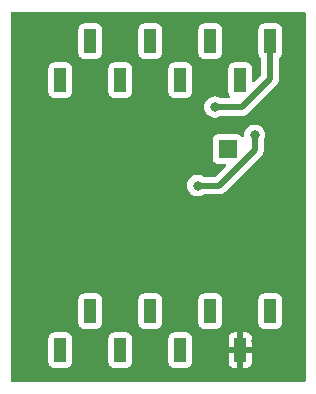
<source format=gbl>
%TF.GenerationSoftware,KiCad,Pcbnew,8.0.1*%
%TF.CreationDate,2024-04-01T15:48:32-05:00*%
%TF.ProjectId,adapter_board,61646170-7465-4725-9f62-6f6172642e6b,rev?*%
%TF.SameCoordinates,Original*%
%TF.FileFunction,Copper,L2,Bot*%
%TF.FilePolarity,Positive*%
%FSLAX46Y46*%
G04 Gerber Fmt 4.6, Leading zero omitted, Abs format (unit mm)*
G04 Created by KiCad (PCBNEW 8.0.1) date 2024-04-01 15:48:32*
%MOMM*%
%LPD*%
G01*
G04 APERTURE LIST*
%TA.AperFunction,ComponentPad*%
%ADD10R,1.500000X1.500000*%
%TD*%
%TA.AperFunction,SMDPad,CuDef*%
%ADD11R,0.990600X2.006600*%
%TD*%
%TA.AperFunction,ViaPad*%
%ADD12C,0.800000*%
%TD*%
%TA.AperFunction,Conductor*%
%ADD13C,0.508000*%
%TD*%
G04 APERTURE END LIST*
D10*
%TO.P,TP1,1,1*%
%TO.N,Net-(JP1-A)*%
X170270000Y-67460000D03*
%TD*%
D11*
%TO.P,J1,1,1*%
%TO.N,unconnected-(J1-Pad1)*%
X156110000Y-84511000D03*
%TO.P,J1,2,2*%
%TO.N,unconnected-(J1-Pad2)*%
X158650000Y-81209000D03*
%TO.P,J1,3,3*%
%TO.N,unconnected-(J1-Pad3)*%
X161190000Y-84511000D03*
%TO.P,J1,4,4*%
%TO.N,unconnected-(J1-Pad4)*%
X163730000Y-81209000D03*
%TO.P,J1,5,5*%
%TO.N,unconnected-(J1-Pad5)*%
X166270000Y-84511000D03*
%TO.P,J1,6,6*%
%TO.N,unconnected-(J1-Pad6)*%
X168810000Y-81209000D03*
%TO.P,J1,7,7*%
%TO.N,GND*%
X171350000Y-84511000D03*
%TO.P,J1,8,8*%
%TO.N,unconnected-(J1-Pad8)*%
X173890000Y-81209000D03*
%TD*%
%TO.P,J4,1,1*%
%TO.N,unconnected-(J4-Pad1)*%
X156110000Y-61651000D03*
%TO.P,J4,2,2*%
%TO.N,unconnected-(J4-Pad2)*%
X158650000Y-58349000D03*
%TO.P,J4,3,3*%
%TO.N,unconnected-(J4-Pad3)*%
X161190000Y-61651000D03*
%TO.P,J4,4,4*%
%TO.N,unconnected-(J4-Pad4)*%
X163730000Y-58349000D03*
%TO.P,J4,5,5*%
%TO.N,unconnected-(J4-Pad5)*%
X166270000Y-61651000D03*
%TO.P,J4,6,6*%
%TO.N,unconnected-(J4-Pad6)*%
X168810000Y-58349000D03*
%TO.P,J4,7,7*%
%TO.N,unconnected-(J4-Pad7)*%
X171350000Y-61651000D03*
%TO.P,J4,8,8*%
%TO.N,/3v3*%
X173890000Y-58349000D03*
%TD*%
D12*
%TO.N,GND*%
X162150000Y-75680000D03*
X166580000Y-74510000D03*
X162150000Y-72270000D03*
X161130000Y-68420000D03*
X166150000Y-71290000D03*
X172720000Y-83760000D03*
X175200000Y-83610000D03*
%TO.N,/LDO_IN*%
X167740000Y-70570000D03*
X172570000Y-66310000D03*
%TO.N,/3v3*%
X169200000Y-63930000D03*
%TD*%
D13*
%TO.N,/LDO_IN*%
X172570000Y-66310000D02*
X172570000Y-67568000D01*
X169568000Y-70570000D02*
X167740000Y-70570000D01*
X172570000Y-67568000D02*
X169568000Y-70570000D01*
%TO.N,/3v3*%
X171477600Y-63930000D02*
X169200000Y-63930000D01*
X173890000Y-58349000D02*
X173890000Y-61517600D01*
X173890000Y-61517600D02*
X171477600Y-63930000D01*
%TD*%
%TA.AperFunction,Conductor*%
%TO.N,GND*%
G36*
X176833039Y-55909685D02*
G01*
X176878794Y-55962489D01*
X176890000Y-56014000D01*
X176890000Y-87046000D01*
X176870315Y-87113039D01*
X176817511Y-87158794D01*
X176766000Y-87170000D01*
X152024000Y-87170000D01*
X151956961Y-87150315D01*
X151911206Y-87097511D01*
X151900000Y-87046000D01*
X151900000Y-85562170D01*
X155114200Y-85562170D01*
X155114201Y-85562176D01*
X155120608Y-85621783D01*
X155170902Y-85756628D01*
X155170906Y-85756635D01*
X155257152Y-85871844D01*
X155257155Y-85871847D01*
X155372364Y-85958093D01*
X155372371Y-85958097D01*
X155507217Y-86008391D01*
X155507216Y-86008391D01*
X155514144Y-86009135D01*
X155566827Y-86014800D01*
X156653172Y-86014799D01*
X156712783Y-86008391D01*
X156847631Y-85958096D01*
X156962846Y-85871846D01*
X157049096Y-85756631D01*
X157099391Y-85621783D01*
X157105800Y-85562173D01*
X157105800Y-85562170D01*
X160194200Y-85562170D01*
X160194201Y-85562176D01*
X160200608Y-85621783D01*
X160250902Y-85756628D01*
X160250906Y-85756635D01*
X160337152Y-85871844D01*
X160337155Y-85871847D01*
X160452364Y-85958093D01*
X160452371Y-85958097D01*
X160587217Y-86008391D01*
X160587216Y-86008391D01*
X160594144Y-86009135D01*
X160646827Y-86014800D01*
X161733172Y-86014799D01*
X161792783Y-86008391D01*
X161927631Y-85958096D01*
X162042846Y-85871846D01*
X162129096Y-85756631D01*
X162179391Y-85621783D01*
X162185800Y-85562173D01*
X162185800Y-85562170D01*
X165274200Y-85562170D01*
X165274201Y-85562176D01*
X165280608Y-85621783D01*
X165330902Y-85756628D01*
X165330906Y-85756635D01*
X165417152Y-85871844D01*
X165417155Y-85871847D01*
X165532364Y-85958093D01*
X165532371Y-85958097D01*
X165667217Y-86008391D01*
X165667216Y-86008391D01*
X165674144Y-86009135D01*
X165726827Y-86014800D01*
X166813172Y-86014799D01*
X166872783Y-86008391D01*
X167007631Y-85958096D01*
X167122846Y-85871846D01*
X167209096Y-85756631D01*
X167259391Y-85621783D01*
X167265800Y-85562173D01*
X167265799Y-84761000D01*
X170354700Y-84761000D01*
X170354700Y-85562144D01*
X170361101Y-85621672D01*
X170361103Y-85621679D01*
X170411345Y-85756386D01*
X170411349Y-85756393D01*
X170497509Y-85871487D01*
X170497512Y-85871490D01*
X170612606Y-85957650D01*
X170612613Y-85957654D01*
X170747320Y-86007896D01*
X170747327Y-86007898D01*
X170806855Y-86014299D01*
X170806872Y-86014300D01*
X171100000Y-86014300D01*
X171100000Y-84761000D01*
X171600000Y-84761000D01*
X171600000Y-86014300D01*
X171893128Y-86014300D01*
X171893144Y-86014299D01*
X171952672Y-86007898D01*
X171952679Y-86007896D01*
X172087386Y-85957654D01*
X172087393Y-85957650D01*
X172202487Y-85871490D01*
X172202490Y-85871487D01*
X172288650Y-85756393D01*
X172288654Y-85756386D01*
X172338896Y-85621679D01*
X172338898Y-85621672D01*
X172345299Y-85562144D01*
X172345300Y-85562127D01*
X172345300Y-84761000D01*
X171600000Y-84761000D01*
X171100000Y-84761000D01*
X170354700Y-84761000D01*
X167265799Y-84761000D01*
X167265799Y-84261000D01*
X170354700Y-84261000D01*
X171100000Y-84261000D01*
X171100000Y-83007700D01*
X171600000Y-83007700D01*
X171600000Y-84261000D01*
X172345300Y-84261000D01*
X172345300Y-83459872D01*
X172345299Y-83459855D01*
X172338898Y-83400327D01*
X172338896Y-83400320D01*
X172288654Y-83265613D01*
X172288650Y-83265606D01*
X172202490Y-83150512D01*
X172202487Y-83150509D01*
X172087393Y-83064349D01*
X172087386Y-83064345D01*
X171952679Y-83014103D01*
X171952672Y-83014101D01*
X171893144Y-83007700D01*
X171600000Y-83007700D01*
X171100000Y-83007700D01*
X170806855Y-83007700D01*
X170747327Y-83014101D01*
X170747320Y-83014103D01*
X170612613Y-83064345D01*
X170612606Y-83064349D01*
X170497512Y-83150509D01*
X170497509Y-83150512D01*
X170411349Y-83265606D01*
X170411345Y-83265613D01*
X170361103Y-83400320D01*
X170361101Y-83400327D01*
X170354700Y-83459855D01*
X170354700Y-84261000D01*
X167265799Y-84261000D01*
X167265799Y-83459828D01*
X167259391Y-83400217D01*
X167209184Y-83265606D01*
X167209097Y-83265371D01*
X167209093Y-83265364D01*
X167122847Y-83150155D01*
X167122844Y-83150152D01*
X167007635Y-83063906D01*
X167007628Y-83063902D01*
X166872782Y-83013608D01*
X166872783Y-83013608D01*
X166813183Y-83007201D01*
X166813181Y-83007200D01*
X166813173Y-83007200D01*
X166813164Y-83007200D01*
X165726829Y-83007200D01*
X165726823Y-83007201D01*
X165667216Y-83013608D01*
X165532371Y-83063902D01*
X165532364Y-83063906D01*
X165417155Y-83150152D01*
X165417152Y-83150155D01*
X165330906Y-83265364D01*
X165330902Y-83265371D01*
X165280608Y-83400217D01*
X165274201Y-83459816D01*
X165274201Y-83459823D01*
X165274200Y-83459835D01*
X165274200Y-85562170D01*
X162185800Y-85562170D01*
X162185799Y-83459828D01*
X162179391Y-83400217D01*
X162129184Y-83265606D01*
X162129097Y-83265371D01*
X162129093Y-83265364D01*
X162042847Y-83150155D01*
X162042844Y-83150152D01*
X161927635Y-83063906D01*
X161927628Y-83063902D01*
X161792782Y-83013608D01*
X161792783Y-83013608D01*
X161733183Y-83007201D01*
X161733181Y-83007200D01*
X161733173Y-83007200D01*
X161733164Y-83007200D01*
X160646829Y-83007200D01*
X160646823Y-83007201D01*
X160587216Y-83013608D01*
X160452371Y-83063902D01*
X160452364Y-83063906D01*
X160337155Y-83150152D01*
X160337152Y-83150155D01*
X160250906Y-83265364D01*
X160250902Y-83265371D01*
X160200608Y-83400217D01*
X160194201Y-83459816D01*
X160194201Y-83459823D01*
X160194200Y-83459835D01*
X160194200Y-85562170D01*
X157105800Y-85562170D01*
X157105799Y-83459828D01*
X157099391Y-83400217D01*
X157049184Y-83265606D01*
X157049097Y-83265371D01*
X157049093Y-83265364D01*
X156962847Y-83150155D01*
X156962844Y-83150152D01*
X156847635Y-83063906D01*
X156847628Y-83063902D01*
X156712782Y-83013608D01*
X156712783Y-83013608D01*
X156653183Y-83007201D01*
X156653181Y-83007200D01*
X156653173Y-83007200D01*
X156653164Y-83007200D01*
X155566829Y-83007200D01*
X155566823Y-83007201D01*
X155507216Y-83013608D01*
X155372371Y-83063902D01*
X155372364Y-83063906D01*
X155257155Y-83150152D01*
X155257152Y-83150155D01*
X155170906Y-83265364D01*
X155170902Y-83265371D01*
X155120608Y-83400217D01*
X155114201Y-83459816D01*
X155114201Y-83459823D01*
X155114200Y-83459835D01*
X155114200Y-85562170D01*
X151900000Y-85562170D01*
X151900000Y-82260170D01*
X157654200Y-82260170D01*
X157654201Y-82260176D01*
X157660608Y-82319783D01*
X157710902Y-82454628D01*
X157710906Y-82454635D01*
X157797152Y-82569844D01*
X157797155Y-82569847D01*
X157912364Y-82656093D01*
X157912371Y-82656097D01*
X158047217Y-82706391D01*
X158047216Y-82706391D01*
X158054144Y-82707135D01*
X158106827Y-82712800D01*
X159193172Y-82712799D01*
X159252783Y-82706391D01*
X159387631Y-82656096D01*
X159502846Y-82569846D01*
X159589096Y-82454631D01*
X159639391Y-82319783D01*
X159645800Y-82260173D01*
X159645800Y-82260170D01*
X162734200Y-82260170D01*
X162734201Y-82260176D01*
X162740608Y-82319783D01*
X162790902Y-82454628D01*
X162790906Y-82454635D01*
X162877152Y-82569844D01*
X162877155Y-82569847D01*
X162992364Y-82656093D01*
X162992371Y-82656097D01*
X163127217Y-82706391D01*
X163127216Y-82706391D01*
X163134144Y-82707135D01*
X163186827Y-82712800D01*
X164273172Y-82712799D01*
X164332783Y-82706391D01*
X164467631Y-82656096D01*
X164582846Y-82569846D01*
X164669096Y-82454631D01*
X164719391Y-82319783D01*
X164725800Y-82260173D01*
X164725800Y-82260170D01*
X167814200Y-82260170D01*
X167814201Y-82260176D01*
X167820608Y-82319783D01*
X167870902Y-82454628D01*
X167870906Y-82454635D01*
X167957152Y-82569844D01*
X167957155Y-82569847D01*
X168072364Y-82656093D01*
X168072371Y-82656097D01*
X168207217Y-82706391D01*
X168207216Y-82706391D01*
X168214144Y-82707135D01*
X168266827Y-82712800D01*
X169353172Y-82712799D01*
X169412783Y-82706391D01*
X169547631Y-82656096D01*
X169662846Y-82569846D01*
X169749096Y-82454631D01*
X169799391Y-82319783D01*
X169805800Y-82260173D01*
X169805800Y-82260170D01*
X172894200Y-82260170D01*
X172894201Y-82260176D01*
X172900608Y-82319783D01*
X172950902Y-82454628D01*
X172950906Y-82454635D01*
X173037152Y-82569844D01*
X173037155Y-82569847D01*
X173152364Y-82656093D01*
X173152371Y-82656097D01*
X173287217Y-82706391D01*
X173287216Y-82706391D01*
X173294144Y-82707135D01*
X173346827Y-82712800D01*
X174433172Y-82712799D01*
X174492783Y-82706391D01*
X174627631Y-82656096D01*
X174742846Y-82569846D01*
X174829096Y-82454631D01*
X174879391Y-82319783D01*
X174885800Y-82260173D01*
X174885799Y-80157828D01*
X174879391Y-80098217D01*
X174829096Y-79963369D01*
X174829095Y-79963368D01*
X174829093Y-79963364D01*
X174742847Y-79848155D01*
X174742844Y-79848152D01*
X174627635Y-79761906D01*
X174627628Y-79761902D01*
X174492782Y-79711608D01*
X174492783Y-79711608D01*
X174433183Y-79705201D01*
X174433181Y-79705200D01*
X174433173Y-79705200D01*
X174433164Y-79705200D01*
X173346829Y-79705200D01*
X173346823Y-79705201D01*
X173287216Y-79711608D01*
X173152371Y-79761902D01*
X173152364Y-79761906D01*
X173037155Y-79848152D01*
X173037152Y-79848155D01*
X172950906Y-79963364D01*
X172950902Y-79963371D01*
X172900608Y-80098217D01*
X172894201Y-80157816D01*
X172894201Y-80157823D01*
X172894200Y-80157835D01*
X172894200Y-82260170D01*
X169805800Y-82260170D01*
X169805799Y-80157828D01*
X169799391Y-80098217D01*
X169749096Y-79963369D01*
X169749095Y-79963368D01*
X169749093Y-79963364D01*
X169662847Y-79848155D01*
X169662844Y-79848152D01*
X169547635Y-79761906D01*
X169547628Y-79761902D01*
X169412782Y-79711608D01*
X169412783Y-79711608D01*
X169353183Y-79705201D01*
X169353181Y-79705200D01*
X169353173Y-79705200D01*
X169353164Y-79705200D01*
X168266829Y-79705200D01*
X168266823Y-79705201D01*
X168207216Y-79711608D01*
X168072371Y-79761902D01*
X168072364Y-79761906D01*
X167957155Y-79848152D01*
X167957152Y-79848155D01*
X167870906Y-79963364D01*
X167870902Y-79963371D01*
X167820608Y-80098217D01*
X167814201Y-80157816D01*
X167814201Y-80157823D01*
X167814200Y-80157835D01*
X167814200Y-82260170D01*
X164725800Y-82260170D01*
X164725799Y-80157828D01*
X164719391Y-80098217D01*
X164669096Y-79963369D01*
X164669095Y-79963368D01*
X164669093Y-79963364D01*
X164582847Y-79848155D01*
X164582844Y-79848152D01*
X164467635Y-79761906D01*
X164467628Y-79761902D01*
X164332782Y-79711608D01*
X164332783Y-79711608D01*
X164273183Y-79705201D01*
X164273181Y-79705200D01*
X164273173Y-79705200D01*
X164273164Y-79705200D01*
X163186829Y-79705200D01*
X163186823Y-79705201D01*
X163127216Y-79711608D01*
X162992371Y-79761902D01*
X162992364Y-79761906D01*
X162877155Y-79848152D01*
X162877152Y-79848155D01*
X162790906Y-79963364D01*
X162790902Y-79963371D01*
X162740608Y-80098217D01*
X162734201Y-80157816D01*
X162734201Y-80157823D01*
X162734200Y-80157835D01*
X162734200Y-82260170D01*
X159645800Y-82260170D01*
X159645799Y-80157828D01*
X159639391Y-80098217D01*
X159589096Y-79963369D01*
X159589095Y-79963368D01*
X159589093Y-79963364D01*
X159502847Y-79848155D01*
X159502844Y-79848152D01*
X159387635Y-79761906D01*
X159387628Y-79761902D01*
X159252782Y-79711608D01*
X159252783Y-79711608D01*
X159193183Y-79705201D01*
X159193181Y-79705200D01*
X159193173Y-79705200D01*
X159193164Y-79705200D01*
X158106829Y-79705200D01*
X158106823Y-79705201D01*
X158047216Y-79711608D01*
X157912371Y-79761902D01*
X157912364Y-79761906D01*
X157797155Y-79848152D01*
X157797152Y-79848155D01*
X157710906Y-79963364D01*
X157710902Y-79963371D01*
X157660608Y-80098217D01*
X157654201Y-80157816D01*
X157654201Y-80157823D01*
X157654200Y-80157835D01*
X157654200Y-82260170D01*
X151900000Y-82260170D01*
X151900000Y-70570000D01*
X166834540Y-70570000D01*
X166854326Y-70758256D01*
X166854327Y-70758259D01*
X166912818Y-70938277D01*
X166912821Y-70938284D01*
X167007467Y-71102216D01*
X167055946Y-71156057D01*
X167134129Y-71242888D01*
X167287265Y-71354148D01*
X167287270Y-71354151D01*
X167460192Y-71431142D01*
X167460197Y-71431144D01*
X167645354Y-71470500D01*
X167645355Y-71470500D01*
X167834644Y-71470500D01*
X167834646Y-71470500D01*
X168019803Y-71431144D01*
X168192730Y-71354151D01*
X168200944Y-71348182D01*
X168266750Y-71324702D01*
X168273831Y-71324500D01*
X169487554Y-71324500D01*
X169487574Y-71324501D01*
X169493688Y-71324501D01*
X169642314Y-71324501D01*
X169763894Y-71300315D01*
X169763894Y-71300316D01*
X169763900Y-71300313D01*
X169788080Y-71295505D01*
X169848447Y-71270500D01*
X169925389Y-71238630D01*
X170048966Y-71156059D01*
X173156059Y-68048966D01*
X173238629Y-67925390D01*
X173295505Y-67788080D01*
X173311418Y-67708082D01*
X173324501Y-67642312D01*
X173324501Y-67493688D01*
X173324501Y-67488578D01*
X173324500Y-67488552D01*
X173324500Y-66837392D01*
X173341113Y-66775392D01*
X173397179Y-66678284D01*
X173455674Y-66498256D01*
X173475460Y-66310000D01*
X173455674Y-66121744D01*
X173397179Y-65941716D01*
X173302533Y-65777784D01*
X173175871Y-65637112D01*
X173175870Y-65637111D01*
X173022734Y-65525851D01*
X173022729Y-65525848D01*
X172849807Y-65448857D01*
X172849802Y-65448855D01*
X172704001Y-65417865D01*
X172664646Y-65409500D01*
X172475354Y-65409500D01*
X172442897Y-65416398D01*
X172290197Y-65448855D01*
X172290192Y-65448857D01*
X172117270Y-65525848D01*
X172117265Y-65525851D01*
X171964129Y-65637111D01*
X171837466Y-65777785D01*
X171742821Y-65941715D01*
X171742818Y-65941722D01*
X171684327Y-66121740D01*
X171684326Y-66121744D01*
X171674429Y-66215909D01*
X171664540Y-66310000D01*
X171669580Y-66357950D01*
X171657010Y-66426679D01*
X171609278Y-66477703D01*
X171541538Y-66494821D01*
X171475297Y-66472599D01*
X171446993Y-66445222D01*
X171377547Y-66352455D01*
X171377544Y-66352452D01*
X171262335Y-66266206D01*
X171262328Y-66266202D01*
X171127482Y-66215908D01*
X171127483Y-66215908D01*
X171067883Y-66209501D01*
X171067881Y-66209500D01*
X171067873Y-66209500D01*
X171067864Y-66209500D01*
X169472129Y-66209500D01*
X169472123Y-66209501D01*
X169412516Y-66215908D01*
X169277671Y-66266202D01*
X169277664Y-66266206D01*
X169162455Y-66352452D01*
X169162452Y-66352455D01*
X169076206Y-66467664D01*
X169076202Y-66467671D01*
X169025908Y-66602517D01*
X169019501Y-66662116D01*
X169019500Y-66662135D01*
X169019500Y-68257870D01*
X169019501Y-68257876D01*
X169025908Y-68317483D01*
X169076202Y-68452328D01*
X169076206Y-68452335D01*
X169162452Y-68567544D01*
X169162455Y-68567547D01*
X169277664Y-68653793D01*
X169277671Y-68653797D01*
X169412517Y-68704091D01*
X169412516Y-68704091D01*
X169419444Y-68704835D01*
X169472127Y-68710500D01*
X170061113Y-68710499D01*
X170128151Y-68730183D01*
X170173906Y-68782987D01*
X170183850Y-68852146D01*
X170154825Y-68915702D01*
X170148793Y-68922180D01*
X169291794Y-69779181D01*
X169230471Y-69812666D01*
X169204113Y-69815500D01*
X168273831Y-69815500D01*
X168206792Y-69795815D01*
X168200944Y-69791817D01*
X168192730Y-69785849D01*
X168192729Y-69785848D01*
X168019807Y-69708857D01*
X168019802Y-69708855D01*
X167874001Y-69677865D01*
X167834646Y-69669500D01*
X167645354Y-69669500D01*
X167612897Y-69676398D01*
X167460197Y-69708855D01*
X167460192Y-69708857D01*
X167287270Y-69785848D01*
X167287265Y-69785851D01*
X167134129Y-69897111D01*
X167007466Y-70037785D01*
X166912821Y-70201715D01*
X166912818Y-70201722D01*
X166854327Y-70381740D01*
X166854326Y-70381744D01*
X166834540Y-70570000D01*
X151900000Y-70570000D01*
X151900000Y-63930000D01*
X168294540Y-63930000D01*
X168314326Y-64118256D01*
X168314327Y-64118259D01*
X168372818Y-64298277D01*
X168372821Y-64298284D01*
X168467467Y-64462216D01*
X168515945Y-64516056D01*
X168594129Y-64602888D01*
X168747265Y-64714148D01*
X168747270Y-64714151D01*
X168920192Y-64791142D01*
X168920197Y-64791144D01*
X169105354Y-64830500D01*
X169105355Y-64830500D01*
X169294644Y-64830500D01*
X169294646Y-64830500D01*
X169479803Y-64791144D01*
X169652730Y-64714151D01*
X169660944Y-64708182D01*
X169726750Y-64684702D01*
X169733831Y-64684500D01*
X171397154Y-64684500D01*
X171397174Y-64684501D01*
X171403288Y-64684501D01*
X171551914Y-64684501D01*
X171673494Y-64660315D01*
X171673494Y-64660316D01*
X171673500Y-64660313D01*
X171697680Y-64655505D01*
X171758047Y-64630500D01*
X171834989Y-64598630D01*
X171958566Y-64516059D01*
X174370963Y-62103660D01*
X174370966Y-62103659D01*
X174476059Y-61998566D01*
X174558629Y-61874990D01*
X174558630Y-61874989D01*
X174558633Y-61874985D01*
X174615503Y-61737683D01*
X174615505Y-61737679D01*
X174644501Y-61591912D01*
X174644501Y-61443288D01*
X174644501Y-61438178D01*
X174644500Y-61438152D01*
X174644500Y-59845536D01*
X174664185Y-59778497D01*
X174694188Y-59746270D01*
X174742846Y-59709846D01*
X174829096Y-59594631D01*
X174879391Y-59459783D01*
X174885800Y-59400173D01*
X174885799Y-57297828D01*
X174879391Y-57238217D01*
X174829096Y-57103369D01*
X174829095Y-57103368D01*
X174829093Y-57103364D01*
X174742847Y-56988155D01*
X174742844Y-56988152D01*
X174627635Y-56901906D01*
X174627628Y-56901902D01*
X174492782Y-56851608D01*
X174492783Y-56851608D01*
X174433183Y-56845201D01*
X174433181Y-56845200D01*
X174433173Y-56845200D01*
X174433164Y-56845200D01*
X173346829Y-56845200D01*
X173346823Y-56845201D01*
X173287216Y-56851608D01*
X173152371Y-56901902D01*
X173152364Y-56901906D01*
X173037155Y-56988152D01*
X173037152Y-56988155D01*
X172950906Y-57103364D01*
X172950902Y-57103371D01*
X172900608Y-57238217D01*
X172894201Y-57297816D01*
X172894201Y-57297823D01*
X172894200Y-57297835D01*
X172894200Y-59400170D01*
X172894201Y-59400176D01*
X172900608Y-59459783D01*
X172950902Y-59594628D01*
X172950903Y-59594629D01*
X172950904Y-59594631D01*
X173037154Y-59709846D01*
X173085810Y-59746270D01*
X173127682Y-59802202D01*
X173135500Y-59845536D01*
X173135500Y-61153712D01*
X173115815Y-61220751D01*
X173099181Y-61241393D01*
X172557480Y-61783094D01*
X172496157Y-61816579D01*
X172426465Y-61811595D01*
X172370532Y-61769723D01*
X172346115Y-61704259D01*
X172345799Y-61695413D01*
X172345799Y-60599829D01*
X172345798Y-60599823D01*
X172345797Y-60599816D01*
X172339391Y-60540217D01*
X172289096Y-60405369D01*
X172289095Y-60405368D01*
X172289093Y-60405364D01*
X172202847Y-60290155D01*
X172202844Y-60290152D01*
X172087635Y-60203906D01*
X172087628Y-60203902D01*
X171952782Y-60153608D01*
X171952783Y-60153608D01*
X171893183Y-60147201D01*
X171893181Y-60147200D01*
X171893173Y-60147200D01*
X171893164Y-60147200D01*
X170806829Y-60147200D01*
X170806823Y-60147201D01*
X170747216Y-60153608D01*
X170612371Y-60203902D01*
X170612364Y-60203906D01*
X170497155Y-60290152D01*
X170497152Y-60290155D01*
X170410906Y-60405364D01*
X170410902Y-60405371D01*
X170360608Y-60540217D01*
X170354201Y-60599816D01*
X170354201Y-60599823D01*
X170354200Y-60599835D01*
X170354200Y-62702170D01*
X170354201Y-62702176D01*
X170360608Y-62761783D01*
X170410902Y-62896628D01*
X170410903Y-62896630D01*
X170471210Y-62977189D01*
X170495627Y-63042653D01*
X170480776Y-63110926D01*
X170431371Y-63160332D01*
X170371943Y-63175500D01*
X169733831Y-63175500D01*
X169666792Y-63155815D01*
X169660944Y-63151817D01*
X169652730Y-63145849D01*
X169652729Y-63145848D01*
X169479807Y-63068857D01*
X169479802Y-63068855D01*
X169334001Y-63037865D01*
X169294646Y-63029500D01*
X169105354Y-63029500D01*
X169072897Y-63036398D01*
X168920197Y-63068855D01*
X168920192Y-63068857D01*
X168747270Y-63145848D01*
X168747265Y-63145851D01*
X168594129Y-63257111D01*
X168467466Y-63397785D01*
X168372821Y-63561715D01*
X168372818Y-63561722D01*
X168314327Y-63741740D01*
X168314326Y-63741744D01*
X168294540Y-63930000D01*
X151900000Y-63930000D01*
X151900000Y-62702170D01*
X155114200Y-62702170D01*
X155114201Y-62702176D01*
X155120608Y-62761783D01*
X155170902Y-62896628D01*
X155170906Y-62896635D01*
X155257152Y-63011844D01*
X155257155Y-63011847D01*
X155372364Y-63098093D01*
X155372371Y-63098097D01*
X155507217Y-63148391D01*
X155507216Y-63148391D01*
X155514144Y-63149135D01*
X155566827Y-63154800D01*
X156653172Y-63154799D01*
X156712783Y-63148391D01*
X156847631Y-63098096D01*
X156962846Y-63011846D01*
X157049096Y-62896631D01*
X157099391Y-62761783D01*
X157105800Y-62702173D01*
X157105800Y-62702170D01*
X160194200Y-62702170D01*
X160194201Y-62702176D01*
X160200608Y-62761783D01*
X160250902Y-62896628D01*
X160250906Y-62896635D01*
X160337152Y-63011844D01*
X160337155Y-63011847D01*
X160452364Y-63098093D01*
X160452371Y-63098097D01*
X160587217Y-63148391D01*
X160587216Y-63148391D01*
X160594144Y-63149135D01*
X160646827Y-63154800D01*
X161733172Y-63154799D01*
X161792783Y-63148391D01*
X161927631Y-63098096D01*
X162042846Y-63011846D01*
X162129096Y-62896631D01*
X162179391Y-62761783D01*
X162185800Y-62702173D01*
X162185800Y-62702170D01*
X165274200Y-62702170D01*
X165274201Y-62702176D01*
X165280608Y-62761783D01*
X165330902Y-62896628D01*
X165330906Y-62896635D01*
X165417152Y-63011844D01*
X165417155Y-63011847D01*
X165532364Y-63098093D01*
X165532371Y-63098097D01*
X165667217Y-63148391D01*
X165667216Y-63148391D01*
X165674144Y-63149135D01*
X165726827Y-63154800D01*
X166813172Y-63154799D01*
X166872783Y-63148391D01*
X167007631Y-63098096D01*
X167122846Y-63011846D01*
X167209096Y-62896631D01*
X167259391Y-62761783D01*
X167265800Y-62702173D01*
X167265799Y-60599828D01*
X167259391Y-60540217D01*
X167209096Y-60405369D01*
X167209095Y-60405368D01*
X167209093Y-60405364D01*
X167122847Y-60290155D01*
X167122844Y-60290152D01*
X167007635Y-60203906D01*
X167007628Y-60203902D01*
X166872782Y-60153608D01*
X166872783Y-60153608D01*
X166813183Y-60147201D01*
X166813181Y-60147200D01*
X166813173Y-60147200D01*
X166813164Y-60147200D01*
X165726829Y-60147200D01*
X165726823Y-60147201D01*
X165667216Y-60153608D01*
X165532371Y-60203902D01*
X165532364Y-60203906D01*
X165417155Y-60290152D01*
X165417152Y-60290155D01*
X165330906Y-60405364D01*
X165330902Y-60405371D01*
X165280608Y-60540217D01*
X165274201Y-60599816D01*
X165274201Y-60599823D01*
X165274200Y-60599835D01*
X165274200Y-62702170D01*
X162185800Y-62702170D01*
X162185799Y-60599828D01*
X162179391Y-60540217D01*
X162129096Y-60405369D01*
X162129095Y-60405368D01*
X162129093Y-60405364D01*
X162042847Y-60290155D01*
X162042844Y-60290152D01*
X161927635Y-60203906D01*
X161927628Y-60203902D01*
X161792782Y-60153608D01*
X161792783Y-60153608D01*
X161733183Y-60147201D01*
X161733181Y-60147200D01*
X161733173Y-60147200D01*
X161733164Y-60147200D01*
X160646829Y-60147200D01*
X160646823Y-60147201D01*
X160587216Y-60153608D01*
X160452371Y-60203902D01*
X160452364Y-60203906D01*
X160337155Y-60290152D01*
X160337152Y-60290155D01*
X160250906Y-60405364D01*
X160250902Y-60405371D01*
X160200608Y-60540217D01*
X160194201Y-60599816D01*
X160194201Y-60599823D01*
X160194200Y-60599835D01*
X160194200Y-62702170D01*
X157105800Y-62702170D01*
X157105799Y-60599828D01*
X157099391Y-60540217D01*
X157049096Y-60405369D01*
X157049095Y-60405368D01*
X157049093Y-60405364D01*
X156962847Y-60290155D01*
X156962844Y-60290152D01*
X156847635Y-60203906D01*
X156847628Y-60203902D01*
X156712782Y-60153608D01*
X156712783Y-60153608D01*
X156653183Y-60147201D01*
X156653181Y-60147200D01*
X156653173Y-60147200D01*
X156653164Y-60147200D01*
X155566829Y-60147200D01*
X155566823Y-60147201D01*
X155507216Y-60153608D01*
X155372371Y-60203902D01*
X155372364Y-60203906D01*
X155257155Y-60290152D01*
X155257152Y-60290155D01*
X155170906Y-60405364D01*
X155170902Y-60405371D01*
X155120608Y-60540217D01*
X155114201Y-60599816D01*
X155114201Y-60599823D01*
X155114200Y-60599835D01*
X155114200Y-62702170D01*
X151900000Y-62702170D01*
X151900000Y-59400170D01*
X157654200Y-59400170D01*
X157654201Y-59400176D01*
X157660608Y-59459783D01*
X157710902Y-59594628D01*
X157710906Y-59594635D01*
X157797152Y-59709844D01*
X157797155Y-59709847D01*
X157912364Y-59796093D01*
X157912371Y-59796097D01*
X158047217Y-59846391D01*
X158047216Y-59846391D01*
X158054144Y-59847135D01*
X158106827Y-59852800D01*
X159193172Y-59852799D01*
X159252783Y-59846391D01*
X159387631Y-59796096D01*
X159502846Y-59709846D01*
X159589096Y-59594631D01*
X159639391Y-59459783D01*
X159645800Y-59400173D01*
X159645800Y-59400170D01*
X162734200Y-59400170D01*
X162734201Y-59400176D01*
X162740608Y-59459783D01*
X162790902Y-59594628D01*
X162790906Y-59594635D01*
X162877152Y-59709844D01*
X162877155Y-59709847D01*
X162992364Y-59796093D01*
X162992371Y-59796097D01*
X163127217Y-59846391D01*
X163127216Y-59846391D01*
X163134144Y-59847135D01*
X163186827Y-59852800D01*
X164273172Y-59852799D01*
X164332783Y-59846391D01*
X164467631Y-59796096D01*
X164582846Y-59709846D01*
X164669096Y-59594631D01*
X164719391Y-59459783D01*
X164725800Y-59400173D01*
X164725800Y-59400170D01*
X167814200Y-59400170D01*
X167814201Y-59400176D01*
X167820608Y-59459783D01*
X167870902Y-59594628D01*
X167870906Y-59594635D01*
X167957152Y-59709844D01*
X167957155Y-59709847D01*
X168072364Y-59796093D01*
X168072371Y-59796097D01*
X168207217Y-59846391D01*
X168207216Y-59846391D01*
X168214144Y-59847135D01*
X168266827Y-59852800D01*
X169353172Y-59852799D01*
X169412783Y-59846391D01*
X169547631Y-59796096D01*
X169662846Y-59709846D01*
X169749096Y-59594631D01*
X169799391Y-59459783D01*
X169805800Y-59400173D01*
X169805799Y-57297828D01*
X169799391Y-57238217D01*
X169749096Y-57103369D01*
X169749095Y-57103368D01*
X169749093Y-57103364D01*
X169662847Y-56988155D01*
X169662844Y-56988152D01*
X169547635Y-56901906D01*
X169547628Y-56901902D01*
X169412782Y-56851608D01*
X169412783Y-56851608D01*
X169353183Y-56845201D01*
X169353181Y-56845200D01*
X169353173Y-56845200D01*
X169353164Y-56845200D01*
X168266829Y-56845200D01*
X168266823Y-56845201D01*
X168207216Y-56851608D01*
X168072371Y-56901902D01*
X168072364Y-56901906D01*
X167957155Y-56988152D01*
X167957152Y-56988155D01*
X167870906Y-57103364D01*
X167870902Y-57103371D01*
X167820608Y-57238217D01*
X167814201Y-57297816D01*
X167814201Y-57297823D01*
X167814200Y-57297835D01*
X167814200Y-59400170D01*
X164725800Y-59400170D01*
X164725799Y-57297828D01*
X164719391Y-57238217D01*
X164669096Y-57103369D01*
X164669095Y-57103368D01*
X164669093Y-57103364D01*
X164582847Y-56988155D01*
X164582844Y-56988152D01*
X164467635Y-56901906D01*
X164467628Y-56901902D01*
X164332782Y-56851608D01*
X164332783Y-56851608D01*
X164273183Y-56845201D01*
X164273181Y-56845200D01*
X164273173Y-56845200D01*
X164273164Y-56845200D01*
X163186829Y-56845200D01*
X163186823Y-56845201D01*
X163127216Y-56851608D01*
X162992371Y-56901902D01*
X162992364Y-56901906D01*
X162877155Y-56988152D01*
X162877152Y-56988155D01*
X162790906Y-57103364D01*
X162790902Y-57103371D01*
X162740608Y-57238217D01*
X162734201Y-57297816D01*
X162734201Y-57297823D01*
X162734200Y-57297835D01*
X162734200Y-59400170D01*
X159645800Y-59400170D01*
X159645799Y-57297828D01*
X159639391Y-57238217D01*
X159589096Y-57103369D01*
X159589095Y-57103368D01*
X159589093Y-57103364D01*
X159502847Y-56988155D01*
X159502844Y-56988152D01*
X159387635Y-56901906D01*
X159387628Y-56901902D01*
X159252782Y-56851608D01*
X159252783Y-56851608D01*
X159193183Y-56845201D01*
X159193181Y-56845200D01*
X159193173Y-56845200D01*
X159193164Y-56845200D01*
X158106829Y-56845200D01*
X158106823Y-56845201D01*
X158047216Y-56851608D01*
X157912371Y-56901902D01*
X157912364Y-56901906D01*
X157797155Y-56988152D01*
X157797152Y-56988155D01*
X157710906Y-57103364D01*
X157710902Y-57103371D01*
X157660608Y-57238217D01*
X157654201Y-57297816D01*
X157654201Y-57297823D01*
X157654200Y-57297835D01*
X157654200Y-59400170D01*
X151900000Y-59400170D01*
X151900000Y-56014000D01*
X151919685Y-55946961D01*
X151972489Y-55901206D01*
X152024000Y-55890000D01*
X176766000Y-55890000D01*
X176833039Y-55909685D01*
G37*
%TD.AperFunction*%
%TD*%
M02*

</source>
